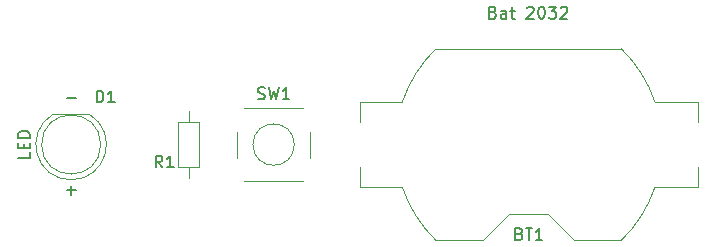
<source format=gto>
%TF.GenerationSoftware,KiCad,Pcbnew,9.0.5*%
%TF.CreationDate,2025-11-10T11:20:35-08:00*%
%TF.ProjectId,project1_LED_Torch,70726f6a-6563-4743-915f-4c45445f546f,-*%
%TF.SameCoordinates,Original*%
%TF.FileFunction,Legend,Top*%
%TF.FilePolarity,Positive*%
%FSLAX46Y46*%
G04 Gerber Fmt 4.6, Leading zero omitted, Abs format (unit mm)*
G04 Created by KiCad (PCBNEW 9.0.5) date 2025-11-10 11:20:35*
%MOMM*%
%LPD*%
G01*
G04 APERTURE LIST*
%ADD10C,0.150000*%
%ADD11C,0.120000*%
G04 APERTURE END LIST*
D10*
X117736779Y-137588866D02*
X118498684Y-137588866D01*
X117736779Y-145388866D02*
X118498684Y-145388866D01*
X118117731Y-145769819D02*
X118117731Y-145007914D01*
X133921667Y-137636000D02*
X134064524Y-137683619D01*
X134064524Y-137683619D02*
X134302619Y-137683619D01*
X134302619Y-137683619D02*
X134397857Y-137636000D01*
X134397857Y-137636000D02*
X134445476Y-137588380D01*
X134445476Y-137588380D02*
X134493095Y-137493142D01*
X134493095Y-137493142D02*
X134493095Y-137397904D01*
X134493095Y-137397904D02*
X134445476Y-137302666D01*
X134445476Y-137302666D02*
X134397857Y-137255047D01*
X134397857Y-137255047D02*
X134302619Y-137207428D01*
X134302619Y-137207428D02*
X134112143Y-137159809D01*
X134112143Y-137159809D02*
X134016905Y-137112190D01*
X134016905Y-137112190D02*
X133969286Y-137064571D01*
X133969286Y-137064571D02*
X133921667Y-136969333D01*
X133921667Y-136969333D02*
X133921667Y-136874095D01*
X133921667Y-136874095D02*
X133969286Y-136778857D01*
X133969286Y-136778857D02*
X134016905Y-136731238D01*
X134016905Y-136731238D02*
X134112143Y-136683619D01*
X134112143Y-136683619D02*
X134350238Y-136683619D01*
X134350238Y-136683619D02*
X134493095Y-136731238D01*
X134826429Y-136683619D02*
X135064524Y-137683619D01*
X135064524Y-137683619D02*
X135255000Y-136969333D01*
X135255000Y-136969333D02*
X135445476Y-137683619D01*
X135445476Y-137683619D02*
X135683572Y-136683619D01*
X136588333Y-137683619D02*
X136016905Y-137683619D01*
X136302619Y-137683619D02*
X136302619Y-136683619D01*
X136302619Y-136683619D02*
X136207381Y-136826476D01*
X136207381Y-136826476D02*
X136112143Y-136921714D01*
X136112143Y-136921714D02*
X136016905Y-136969333D01*
X156059285Y-149079809D02*
X156202142Y-149127428D01*
X156202142Y-149127428D02*
X156249761Y-149175047D01*
X156249761Y-149175047D02*
X156297380Y-149270285D01*
X156297380Y-149270285D02*
X156297380Y-149413142D01*
X156297380Y-149413142D02*
X156249761Y-149508380D01*
X156249761Y-149508380D02*
X156202142Y-149556000D01*
X156202142Y-149556000D02*
X156106904Y-149603619D01*
X156106904Y-149603619D02*
X155725952Y-149603619D01*
X155725952Y-149603619D02*
X155725952Y-148603619D01*
X155725952Y-148603619D02*
X156059285Y-148603619D01*
X156059285Y-148603619D02*
X156154523Y-148651238D01*
X156154523Y-148651238D02*
X156202142Y-148698857D01*
X156202142Y-148698857D02*
X156249761Y-148794095D01*
X156249761Y-148794095D02*
X156249761Y-148889333D01*
X156249761Y-148889333D02*
X156202142Y-148984571D01*
X156202142Y-148984571D02*
X156154523Y-149032190D01*
X156154523Y-149032190D02*
X156059285Y-149079809D01*
X156059285Y-149079809D02*
X155725952Y-149079809D01*
X156583095Y-148603619D02*
X157154523Y-148603619D01*
X156868809Y-149603619D02*
X156868809Y-148603619D01*
X158011666Y-149603619D02*
X157440238Y-149603619D01*
X157725952Y-149603619D02*
X157725952Y-148603619D01*
X157725952Y-148603619D02*
X157630714Y-148746476D01*
X157630714Y-148746476D02*
X157535476Y-148841714D01*
X157535476Y-148841714D02*
X157440238Y-148889333D01*
X153847618Y-130331009D02*
X153990475Y-130378628D01*
X153990475Y-130378628D02*
X154038094Y-130426247D01*
X154038094Y-130426247D02*
X154085713Y-130521485D01*
X154085713Y-130521485D02*
X154085713Y-130664342D01*
X154085713Y-130664342D02*
X154038094Y-130759580D01*
X154038094Y-130759580D02*
X153990475Y-130807200D01*
X153990475Y-130807200D02*
X153895237Y-130854819D01*
X153895237Y-130854819D02*
X153514285Y-130854819D01*
X153514285Y-130854819D02*
X153514285Y-129854819D01*
X153514285Y-129854819D02*
X153847618Y-129854819D01*
X153847618Y-129854819D02*
X153942856Y-129902438D01*
X153942856Y-129902438D02*
X153990475Y-129950057D01*
X153990475Y-129950057D02*
X154038094Y-130045295D01*
X154038094Y-130045295D02*
X154038094Y-130140533D01*
X154038094Y-130140533D02*
X153990475Y-130235771D01*
X153990475Y-130235771D02*
X153942856Y-130283390D01*
X153942856Y-130283390D02*
X153847618Y-130331009D01*
X153847618Y-130331009D02*
X153514285Y-130331009D01*
X154942856Y-130854819D02*
X154942856Y-130331009D01*
X154942856Y-130331009D02*
X154895237Y-130235771D01*
X154895237Y-130235771D02*
X154799999Y-130188152D01*
X154799999Y-130188152D02*
X154609523Y-130188152D01*
X154609523Y-130188152D02*
X154514285Y-130235771D01*
X154942856Y-130807200D02*
X154847618Y-130854819D01*
X154847618Y-130854819D02*
X154609523Y-130854819D01*
X154609523Y-130854819D02*
X154514285Y-130807200D01*
X154514285Y-130807200D02*
X154466666Y-130711961D01*
X154466666Y-130711961D02*
X154466666Y-130616723D01*
X154466666Y-130616723D02*
X154514285Y-130521485D01*
X154514285Y-130521485D02*
X154609523Y-130473866D01*
X154609523Y-130473866D02*
X154847618Y-130473866D01*
X154847618Y-130473866D02*
X154942856Y-130426247D01*
X155276190Y-130188152D02*
X155657142Y-130188152D01*
X155419047Y-129854819D02*
X155419047Y-130711961D01*
X155419047Y-130711961D02*
X155466666Y-130807200D01*
X155466666Y-130807200D02*
X155561904Y-130854819D01*
X155561904Y-130854819D02*
X155657142Y-130854819D01*
X156704762Y-129950057D02*
X156752381Y-129902438D01*
X156752381Y-129902438D02*
X156847619Y-129854819D01*
X156847619Y-129854819D02*
X157085714Y-129854819D01*
X157085714Y-129854819D02*
X157180952Y-129902438D01*
X157180952Y-129902438D02*
X157228571Y-129950057D01*
X157228571Y-129950057D02*
X157276190Y-130045295D01*
X157276190Y-130045295D02*
X157276190Y-130140533D01*
X157276190Y-130140533D02*
X157228571Y-130283390D01*
X157228571Y-130283390D02*
X156657143Y-130854819D01*
X156657143Y-130854819D02*
X157276190Y-130854819D01*
X157895238Y-129854819D02*
X157990476Y-129854819D01*
X157990476Y-129854819D02*
X158085714Y-129902438D01*
X158085714Y-129902438D02*
X158133333Y-129950057D01*
X158133333Y-129950057D02*
X158180952Y-130045295D01*
X158180952Y-130045295D02*
X158228571Y-130235771D01*
X158228571Y-130235771D02*
X158228571Y-130473866D01*
X158228571Y-130473866D02*
X158180952Y-130664342D01*
X158180952Y-130664342D02*
X158133333Y-130759580D01*
X158133333Y-130759580D02*
X158085714Y-130807200D01*
X158085714Y-130807200D02*
X157990476Y-130854819D01*
X157990476Y-130854819D02*
X157895238Y-130854819D01*
X157895238Y-130854819D02*
X157800000Y-130807200D01*
X157800000Y-130807200D02*
X157752381Y-130759580D01*
X157752381Y-130759580D02*
X157704762Y-130664342D01*
X157704762Y-130664342D02*
X157657143Y-130473866D01*
X157657143Y-130473866D02*
X157657143Y-130235771D01*
X157657143Y-130235771D02*
X157704762Y-130045295D01*
X157704762Y-130045295D02*
X157752381Y-129950057D01*
X157752381Y-129950057D02*
X157800000Y-129902438D01*
X157800000Y-129902438D02*
X157895238Y-129854819D01*
X158561905Y-129854819D02*
X159180952Y-129854819D01*
X159180952Y-129854819D02*
X158847619Y-130235771D01*
X158847619Y-130235771D02*
X158990476Y-130235771D01*
X158990476Y-130235771D02*
X159085714Y-130283390D01*
X159085714Y-130283390D02*
X159133333Y-130331009D01*
X159133333Y-130331009D02*
X159180952Y-130426247D01*
X159180952Y-130426247D02*
X159180952Y-130664342D01*
X159180952Y-130664342D02*
X159133333Y-130759580D01*
X159133333Y-130759580D02*
X159085714Y-130807200D01*
X159085714Y-130807200D02*
X158990476Y-130854819D01*
X158990476Y-130854819D02*
X158704762Y-130854819D01*
X158704762Y-130854819D02*
X158609524Y-130807200D01*
X158609524Y-130807200D02*
X158561905Y-130759580D01*
X159561905Y-129950057D02*
X159609524Y-129902438D01*
X159609524Y-129902438D02*
X159704762Y-129854819D01*
X159704762Y-129854819D02*
X159942857Y-129854819D01*
X159942857Y-129854819D02*
X160038095Y-129902438D01*
X160038095Y-129902438D02*
X160085714Y-129950057D01*
X160085714Y-129950057D02*
X160133333Y-130045295D01*
X160133333Y-130045295D02*
X160133333Y-130140533D01*
X160133333Y-130140533D02*
X160085714Y-130283390D01*
X160085714Y-130283390D02*
X159514286Y-130854819D01*
X159514286Y-130854819D02*
X160133333Y-130854819D01*
X120261905Y-137954819D02*
X120261905Y-136954819D01*
X120261905Y-136954819D02*
X120500000Y-136954819D01*
X120500000Y-136954819D02*
X120642857Y-137002438D01*
X120642857Y-137002438D02*
X120738095Y-137097676D01*
X120738095Y-137097676D02*
X120785714Y-137192914D01*
X120785714Y-137192914D02*
X120833333Y-137383390D01*
X120833333Y-137383390D02*
X120833333Y-137526247D01*
X120833333Y-137526247D02*
X120785714Y-137716723D01*
X120785714Y-137716723D02*
X120738095Y-137811961D01*
X120738095Y-137811961D02*
X120642857Y-137907200D01*
X120642857Y-137907200D02*
X120500000Y-137954819D01*
X120500000Y-137954819D02*
X120261905Y-137954819D01*
X121785714Y-137954819D02*
X121214286Y-137954819D01*
X121500000Y-137954819D02*
X121500000Y-136954819D01*
X121500000Y-136954819D02*
X121404762Y-137097676D01*
X121404762Y-137097676D02*
X121309524Y-137192914D01*
X121309524Y-137192914D02*
X121214286Y-137240533D01*
X114604819Y-142166657D02*
X114604819Y-142642847D01*
X114604819Y-142642847D02*
X113604819Y-142642847D01*
X114081009Y-141833323D02*
X114081009Y-141499990D01*
X114604819Y-141357133D02*
X114604819Y-141833323D01*
X114604819Y-141833323D02*
X113604819Y-141833323D01*
X113604819Y-141833323D02*
X113604819Y-141357133D01*
X114604819Y-140928561D02*
X113604819Y-140928561D01*
X113604819Y-140928561D02*
X113604819Y-140690466D01*
X113604819Y-140690466D02*
X113652438Y-140547609D01*
X113652438Y-140547609D02*
X113747676Y-140452371D01*
X113747676Y-140452371D02*
X113842914Y-140404752D01*
X113842914Y-140404752D02*
X114033390Y-140357133D01*
X114033390Y-140357133D02*
X114176247Y-140357133D01*
X114176247Y-140357133D02*
X114366723Y-140404752D01*
X114366723Y-140404752D02*
X114461961Y-140452371D01*
X114461961Y-140452371D02*
X114557200Y-140547609D01*
X114557200Y-140547609D02*
X114604819Y-140690466D01*
X114604819Y-140690466D02*
X114604819Y-140928561D01*
X125833333Y-143454819D02*
X125500000Y-142978628D01*
X125261905Y-143454819D02*
X125261905Y-142454819D01*
X125261905Y-142454819D02*
X125642857Y-142454819D01*
X125642857Y-142454819D02*
X125738095Y-142502438D01*
X125738095Y-142502438D02*
X125785714Y-142550057D01*
X125785714Y-142550057D02*
X125833333Y-142645295D01*
X125833333Y-142645295D02*
X125833333Y-142788152D01*
X125833333Y-142788152D02*
X125785714Y-142883390D01*
X125785714Y-142883390D02*
X125738095Y-142931009D01*
X125738095Y-142931009D02*
X125642857Y-142978628D01*
X125642857Y-142978628D02*
X125261905Y-142978628D01*
X126785714Y-143454819D02*
X126214286Y-143454819D01*
X126500000Y-143454819D02*
X126500000Y-142454819D01*
X126500000Y-142454819D02*
X126404762Y-142597676D01*
X126404762Y-142597676D02*
X126309524Y-142692914D01*
X126309524Y-142692914D02*
X126214286Y-142740533D01*
D11*
%TO.C,SW1*%
X132135000Y-142628800D02*
X132135000Y-140428800D01*
X132755000Y-138408800D02*
X137755000Y-138408800D01*
X132755000Y-144648800D02*
X137755000Y-144648800D01*
X138375000Y-140428800D02*
X138375000Y-142628800D01*
X137005000Y-141528800D02*
G75*
G02*
X133505000Y-141528800I-1750000J0D01*
G01*
X133505000Y-141528800D02*
G75*
G02*
X137005000Y-141528800I1750000J0D01*
G01*
%TO.C,BT1*%
X142535000Y-137918800D02*
X146153000Y-137918800D01*
X142535000Y-139628800D02*
X142535000Y-137918800D01*
X142535000Y-143428800D02*
X142535000Y-145138800D01*
X146153000Y-145138800D02*
X142535000Y-145138800D01*
X148997700Y-133418800D02*
X164692300Y-133418800D01*
X152985000Y-149638800D02*
X148997700Y-149638800D01*
X155185000Y-147438800D02*
X152985000Y-149638800D01*
X158505000Y-147438800D02*
X155185000Y-147438800D01*
X158505000Y-147438800D02*
X160705000Y-149638800D01*
X164692300Y-149638800D02*
X160705000Y-149638800D01*
X167537000Y-137918800D02*
X171155000Y-137918800D01*
X171155000Y-139628800D02*
X171155000Y-137918800D01*
X171155000Y-143428800D02*
X171155000Y-145138800D01*
X171155000Y-145138800D02*
X167537000Y-145138800D01*
X146153000Y-137918800D02*
G75*
G02*
X148999628Y-133417010I10692020J-3610010D01*
G01*
X148999629Y-149640589D02*
G75*
G02*
X146153000Y-145138800I7845366J8111785D01*
G01*
X164690371Y-133417011D02*
G75*
G02*
X167537000Y-137918800I-7845371J-8111789D01*
G01*
X167537000Y-145138800D02*
G75*
G02*
X164690371Y-149640589I-10692020J3610012D01*
G01*
%TO.C,D1*%
X119655000Y-138963800D02*
X116565000Y-138963800D01*
X118110000Y-144513800D02*
G75*
G02*
X116565170Y-138963800I0J2990000D01*
G01*
X119654830Y-138963800D02*
G75*
G02*
X118110000Y-144513800I-1544830J-2560000D01*
G01*
X120610000Y-141523800D02*
G75*
G02*
X115610000Y-141523800I-2500000J0D01*
G01*
X115610000Y-141523800D02*
G75*
G02*
X120610000Y-141523800I2500000J0D01*
G01*
%TO.C,R1*%
X128055000Y-138658800D02*
X128055000Y-139608800D01*
X128055000Y-144398800D02*
X128055000Y-143448800D01*
X127135000Y-143448800D02*
X128975000Y-143448800D01*
X128975000Y-139608800D01*
X127135000Y-139608800D01*
X127135000Y-143448800D01*
%TD*%
M02*

</source>
